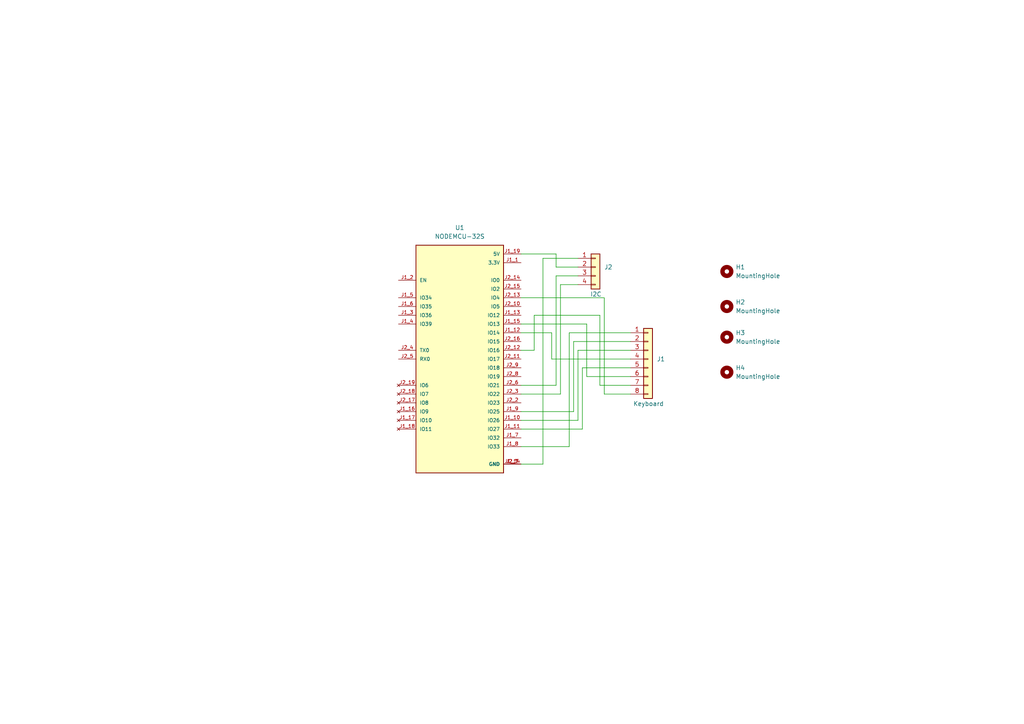
<source format=kicad_sch>
(kicad_sch
	(version 20231120)
	(generator "eeschema")
	(generator_version "8.0")
	(uuid "bc2db379-45d4-4757-b24f-fa49667aebf1")
	(paper "A4")
	(lib_symbols
		(symbol "Connector_Generic:Conn_01x04"
			(pin_names
				(offset 1.016) hide)
			(exclude_from_sim no)
			(in_bom yes)
			(on_board yes)
			(property "Reference" "J"
				(at 0 5.08 0)
				(effects
					(font
						(size 1.27 1.27)
					)
				)
			)
			(property "Value" "Conn_01x04"
				(at 0 -7.62 0)
				(effects
					(font
						(size 1.27 1.27)
					)
				)
			)
			(property "Footprint" ""
				(at 0 0 0)
				(effects
					(font
						(size 1.27 1.27)
					)
					(hide yes)
				)
			)
			(property "Datasheet" "~"
				(at 0 0 0)
				(effects
					(font
						(size 1.27 1.27)
					)
					(hide yes)
				)
			)
			(property "Description" "Generic connector, single row, 01x04, script generated (kicad-library-utils/schlib/autogen/connector/)"
				(at 0 0 0)
				(effects
					(font
						(size 1.27 1.27)
					)
					(hide yes)
				)
			)
			(property "ki_keywords" "connector"
				(at 0 0 0)
				(effects
					(font
						(size 1.27 1.27)
					)
					(hide yes)
				)
			)
			(property "ki_fp_filters" "Connector*:*_1x??_*"
				(at 0 0 0)
				(effects
					(font
						(size 1.27 1.27)
					)
					(hide yes)
				)
			)
			(symbol "Conn_01x04_1_1"
				(rectangle
					(start -1.27 -4.953)
					(end 0 -5.207)
					(stroke
						(width 0.1524)
						(type default)
					)
					(fill
						(type none)
					)
				)
				(rectangle
					(start -1.27 -2.413)
					(end 0 -2.667)
					(stroke
						(width 0.1524)
						(type default)
					)
					(fill
						(type none)
					)
				)
				(rectangle
					(start -1.27 0.127)
					(end 0 -0.127)
					(stroke
						(width 0.1524)
						(type default)
					)
					(fill
						(type none)
					)
				)
				(rectangle
					(start -1.27 2.667)
					(end 0 2.413)
					(stroke
						(width 0.1524)
						(type default)
					)
					(fill
						(type none)
					)
				)
				(rectangle
					(start -1.27 3.81)
					(end 1.27 -6.35)
					(stroke
						(width 0.254)
						(type default)
					)
					(fill
						(type background)
					)
				)
				(pin passive line
					(at -5.08 2.54 0)
					(length 3.81)
					(name "Pin_1"
						(effects
							(font
								(size 1.27 1.27)
							)
						)
					)
					(number "1"
						(effects
							(font
								(size 1.27 1.27)
							)
						)
					)
				)
				(pin passive line
					(at -5.08 0 0)
					(length 3.81)
					(name "Pin_2"
						(effects
							(font
								(size 1.27 1.27)
							)
						)
					)
					(number "2"
						(effects
							(font
								(size 1.27 1.27)
							)
						)
					)
				)
				(pin passive line
					(at -5.08 -2.54 0)
					(length 3.81)
					(name "Pin_3"
						(effects
							(font
								(size 1.27 1.27)
							)
						)
					)
					(number "3"
						(effects
							(font
								(size 1.27 1.27)
							)
						)
					)
				)
				(pin passive line
					(at -5.08 -5.08 0)
					(length 3.81)
					(name "Pin_4"
						(effects
							(font
								(size 1.27 1.27)
							)
						)
					)
					(number "4"
						(effects
							(font
								(size 1.27 1.27)
							)
						)
					)
				)
			)
		)
		(symbol "Connector_Generic:Conn_01x08"
			(pin_names
				(offset 1.016) hide)
			(exclude_from_sim no)
			(in_bom yes)
			(on_board yes)
			(property "Reference" "J"
				(at 0 10.16 0)
				(effects
					(font
						(size 1.27 1.27)
					)
				)
			)
			(property "Value" "Conn_01x08"
				(at 0 -12.7 0)
				(effects
					(font
						(size 1.27 1.27)
					)
				)
			)
			(property "Footprint" ""
				(at 0 0 0)
				(effects
					(font
						(size 1.27 1.27)
					)
					(hide yes)
				)
			)
			(property "Datasheet" "~"
				(at 0 0 0)
				(effects
					(font
						(size 1.27 1.27)
					)
					(hide yes)
				)
			)
			(property "Description" "Generic connector, single row, 01x08, script generated (kicad-library-utils/schlib/autogen/connector/)"
				(at 0 0 0)
				(effects
					(font
						(size 1.27 1.27)
					)
					(hide yes)
				)
			)
			(property "ki_keywords" "connector"
				(at 0 0 0)
				(effects
					(font
						(size 1.27 1.27)
					)
					(hide yes)
				)
			)
			(property "ki_fp_filters" "Connector*:*_1x??_*"
				(at 0 0 0)
				(effects
					(font
						(size 1.27 1.27)
					)
					(hide yes)
				)
			)
			(symbol "Conn_01x08_1_1"
				(rectangle
					(start -1.27 -10.033)
					(end 0 -10.287)
					(stroke
						(width 0.1524)
						(type default)
					)
					(fill
						(type none)
					)
				)
				(rectangle
					(start -1.27 -7.493)
					(end 0 -7.747)
					(stroke
						(width 0.1524)
						(type default)
					)
					(fill
						(type none)
					)
				)
				(rectangle
					(start -1.27 -4.953)
					(end 0 -5.207)
					(stroke
						(width 0.1524)
						(type default)
					)
					(fill
						(type none)
					)
				)
				(rectangle
					(start -1.27 -2.413)
					(end 0 -2.667)
					(stroke
						(width 0.1524)
						(type default)
					)
					(fill
						(type none)
					)
				)
				(rectangle
					(start -1.27 0.127)
					(end 0 -0.127)
					(stroke
						(width 0.1524)
						(type default)
					)
					(fill
						(type none)
					)
				)
				(rectangle
					(start -1.27 2.667)
					(end 0 2.413)
					(stroke
						(width 0.1524)
						(type default)
					)
					(fill
						(type none)
					)
				)
				(rectangle
					(start -1.27 5.207)
					(end 0 4.953)
					(stroke
						(width 0.1524)
						(type default)
					)
					(fill
						(type none)
					)
				)
				(rectangle
					(start -1.27 7.747)
					(end 0 7.493)
					(stroke
						(width 0.1524)
						(type default)
					)
					(fill
						(type none)
					)
				)
				(rectangle
					(start -1.27 8.89)
					(end 1.27 -11.43)
					(stroke
						(width 0.254)
						(type default)
					)
					(fill
						(type background)
					)
				)
				(pin passive line
					(at -5.08 7.62 0)
					(length 3.81)
					(name "Pin_1"
						(effects
							(font
								(size 1.27 1.27)
							)
						)
					)
					(number "1"
						(effects
							(font
								(size 1.27 1.27)
							)
						)
					)
				)
				(pin passive line
					(at -5.08 5.08 0)
					(length 3.81)
					(name "Pin_2"
						(effects
							(font
								(size 1.27 1.27)
							)
						)
					)
					(number "2"
						(effects
							(font
								(size 1.27 1.27)
							)
						)
					)
				)
				(pin passive line
					(at -5.08 2.54 0)
					(length 3.81)
					(name "Pin_3"
						(effects
							(font
								(size 1.27 1.27)
							)
						)
					)
					(number "3"
						(effects
							(font
								(size 1.27 1.27)
							)
						)
					)
				)
				(pin passive line
					(at -5.08 0 0)
					(length 3.81)
					(name "Pin_4"
						(effects
							(font
								(size 1.27 1.27)
							)
						)
					)
					(number "4"
						(effects
							(font
								(size 1.27 1.27)
							)
						)
					)
				)
				(pin passive line
					(at -5.08 -2.54 0)
					(length 3.81)
					(name "Pin_5"
						(effects
							(font
								(size 1.27 1.27)
							)
						)
					)
					(number "5"
						(effects
							(font
								(size 1.27 1.27)
							)
						)
					)
				)
				(pin passive line
					(at -5.08 -5.08 0)
					(length 3.81)
					(name "Pin_6"
						(effects
							(font
								(size 1.27 1.27)
							)
						)
					)
					(number "6"
						(effects
							(font
								(size 1.27 1.27)
							)
						)
					)
				)
				(pin passive line
					(at -5.08 -7.62 0)
					(length 3.81)
					(name "Pin_7"
						(effects
							(font
								(size 1.27 1.27)
							)
						)
					)
					(number "7"
						(effects
							(font
								(size 1.27 1.27)
							)
						)
					)
				)
				(pin passive line
					(at -5.08 -10.16 0)
					(length 3.81)
					(name "Pin_8"
						(effects
							(font
								(size 1.27 1.27)
							)
						)
					)
					(number "8"
						(effects
							(font
								(size 1.27 1.27)
							)
						)
					)
				)
			)
		)
		(symbol "Mechanical:MountingHole"
			(pin_names
				(offset 1.016)
			)
			(exclude_from_sim yes)
			(in_bom no)
			(on_board yes)
			(property "Reference" "H"
				(at 0 5.08 0)
				(effects
					(font
						(size 1.27 1.27)
					)
				)
			)
			(property "Value" "MountingHole"
				(at 0 3.175 0)
				(effects
					(font
						(size 1.27 1.27)
					)
				)
			)
			(property "Footprint" ""
				(at 0 0 0)
				(effects
					(font
						(size 1.27 1.27)
					)
					(hide yes)
				)
			)
			(property "Datasheet" "~"
				(at 0 0 0)
				(effects
					(font
						(size 1.27 1.27)
					)
					(hide yes)
				)
			)
			(property "Description" "Mounting Hole without connection"
				(at 0 0 0)
				(effects
					(font
						(size 1.27 1.27)
					)
					(hide yes)
				)
			)
			(property "ki_keywords" "mounting hole"
				(at 0 0 0)
				(effects
					(font
						(size 1.27 1.27)
					)
					(hide yes)
				)
			)
			(property "ki_fp_filters" "MountingHole*"
				(at 0 0 0)
				(effects
					(font
						(size 1.27 1.27)
					)
					(hide yes)
				)
			)
			(symbol "MountingHole_0_1"
				(circle
					(center 0 0)
					(radius 1.27)
					(stroke
						(width 1.27)
						(type default)
					)
					(fill
						(type none)
					)
				)
			)
		)
		(symbol "NODEMCU-32S:NODEMCU-32S"
			(pin_names
				(offset 1.016)
			)
			(exclude_from_sim no)
			(in_bom yes)
			(on_board yes)
			(property "Reference" "U"
				(at -12.7 33.782 0)
				(effects
					(font
						(size 1.27 1.27)
					)
					(justify left bottom)
				)
			)
			(property "Value" "NODEMCU-32S"
				(at -12.7 -35.56 0)
				(effects
					(font
						(size 1.27 1.27)
					)
					(justify left bottom)
				)
			)
			(property "Footprint" "NODEMCU-32S:MODULE_NODEMCU-32S"
				(at 0 0 0)
				(effects
					(font
						(size 1.27 1.27)
					)
					(justify bottom)
					(hide yes)
				)
			)
			(property "Datasheet" ""
				(at 0 0 0)
				(effects
					(font
						(size 1.27 1.27)
					)
					(hide yes)
				)
			)
			(property "Description" ""
				(at 0 0 0)
				(effects
					(font
						(size 1.27 1.27)
					)
					(hide yes)
				)
			)
			(property "MF" "AI-Thinker"
				(at 0 0 0)
				(effects
					(font
						(size 1.27 1.27)
					)
					(justify bottom)
					(hide yes)
				)
			)
			(property "MAXIMUM_PACKAGE_HEIGHT" "3.00mm"
				(at 0 0 0)
				(effects
					(font
						(size 1.27 1.27)
					)
					(justify bottom)
					(hide yes)
				)
			)
			(property "Package" "Package"
				(at 0 0 0)
				(effects
					(font
						(size 1.27 1.27)
					)
					(justify bottom)
					(hide yes)
				)
			)
			(property "Price" "None"
				(at 0 0 0)
				(effects
					(font
						(size 1.27 1.27)
					)
					(justify bottom)
					(hide yes)
				)
			)
			(property "Check_prices" "https://www.snapeda.com/parts/NODEMCU-32S/AI-Thinker/view-part/?ref=eda"
				(at 0 0 0)
				(effects
					(font
						(size 1.27 1.27)
					)
					(justify bottom)
					(hide yes)
				)
			)
			(property "STANDARD" "Manufacturer Recommendations"
				(at 0 0 0)
				(effects
					(font
						(size 1.27 1.27)
					)
					(justify bottom)
					(hide yes)
				)
			)
			(property "PARTREV" "V1"
				(at 0 0 0)
				(effects
					(font
						(size 1.27 1.27)
					)
					(justify bottom)
					(hide yes)
				)
			)
			(property "SnapEDA_Link" "https://www.snapeda.com/parts/NODEMCU-32S/AI-Thinker/view-part/?ref=snap"
				(at 0 0 0)
				(effects
					(font
						(size 1.27 1.27)
					)
					(justify bottom)
					(hide yes)
				)
			)
			(property "MP" "NODEMCU-32S"
				(at 0 0 0)
				(effects
					(font
						(size 1.27 1.27)
					)
					(justify bottom)
					(hide yes)
				)
			)
			(property "Description_1" "\nWIFI MODULE V1\n"
				(at 0 0 0)
				(effects
					(font
						(size 1.27 1.27)
					)
					(justify bottom)
					(hide yes)
				)
			)
			(property "Availability" "Not in stock"
				(at 0 0 0)
				(effects
					(font
						(size 1.27 1.27)
					)
					(justify bottom)
					(hide yes)
				)
			)
			(property "MANUFACTURER" "AI-Thinker"
				(at 0 0 0)
				(effects
					(font
						(size 1.27 1.27)
					)
					(justify bottom)
					(hide yes)
				)
			)
			(symbol "NODEMCU-32S_0_0"
				(rectangle
					(start -12.7 -33.02)
					(end 12.7 33.02)
					(stroke
						(width 0.254)
						(type default)
					)
					(fill
						(type background)
					)
				)
				(pin power_in line
					(at 17.78 27.94 180)
					(length 5.08)
					(name "3.3V"
						(effects
							(font
								(size 1.016 1.016)
							)
						)
					)
					(number "J1_1"
						(effects
							(font
								(size 1.016 1.016)
							)
						)
					)
				)
				(pin bidirectional line
					(at 17.78 -17.78 180)
					(length 5.08)
					(name "IO26"
						(effects
							(font
								(size 1.016 1.016)
							)
						)
					)
					(number "J1_10"
						(effects
							(font
								(size 1.016 1.016)
							)
						)
					)
				)
				(pin bidirectional line
					(at 17.78 -20.32 180)
					(length 5.08)
					(name "IO27"
						(effects
							(font
								(size 1.016 1.016)
							)
						)
					)
					(number "J1_11"
						(effects
							(font
								(size 1.016 1.016)
							)
						)
					)
				)
				(pin bidirectional line
					(at 17.78 7.62 180)
					(length 5.08)
					(name "IO14"
						(effects
							(font
								(size 1.016 1.016)
							)
						)
					)
					(number "J1_12"
						(effects
							(font
								(size 1.016 1.016)
							)
						)
					)
				)
				(pin bidirectional line
					(at 17.78 12.7 180)
					(length 5.08)
					(name "IO12"
						(effects
							(font
								(size 1.016 1.016)
							)
						)
					)
					(number "J1_13"
						(effects
							(font
								(size 1.016 1.016)
							)
						)
					)
				)
				(pin power_in line
					(at 17.78 -30.48 180)
					(length 5.08)
					(name "GND"
						(effects
							(font
								(size 1.016 1.016)
							)
						)
					)
					(number "J1_14"
						(effects
							(font
								(size 1.016 1.016)
							)
						)
					)
				)
				(pin bidirectional line
					(at 17.78 10.16 180)
					(length 5.08)
					(name "IO13"
						(effects
							(font
								(size 1.016 1.016)
							)
						)
					)
					(number "J1_15"
						(effects
							(font
								(size 1.016 1.016)
							)
						)
					)
				)
				(pin no_connect line
					(at -17.78 -15.24 0)
					(length 5.08)
					(name "IO9"
						(effects
							(font
								(size 1.016 1.016)
							)
						)
					)
					(number "J1_16"
						(effects
							(font
								(size 1.016 1.016)
							)
						)
					)
				)
				(pin no_connect line
					(at -17.78 -17.78 0)
					(length 5.08)
					(name "IO10"
						(effects
							(font
								(size 1.016 1.016)
							)
						)
					)
					(number "J1_17"
						(effects
							(font
								(size 1.016 1.016)
							)
						)
					)
				)
				(pin no_connect line
					(at -17.78 -20.32 0)
					(length 5.08)
					(name "IO11"
						(effects
							(font
								(size 1.016 1.016)
							)
						)
					)
					(number "J1_18"
						(effects
							(font
								(size 1.016 1.016)
							)
						)
					)
				)
				(pin power_in line
					(at 17.78 30.48 180)
					(length 5.08)
					(name "5V"
						(effects
							(font
								(size 1.016 1.016)
							)
						)
					)
					(number "J1_19"
						(effects
							(font
								(size 1.016 1.016)
							)
						)
					)
				)
				(pin input line
					(at -17.78 22.86 0)
					(length 5.08)
					(name "EN"
						(effects
							(font
								(size 1.016 1.016)
							)
						)
					)
					(number "J1_2"
						(effects
							(font
								(size 1.016 1.016)
							)
						)
					)
				)
				(pin input line
					(at -17.78 12.7 0)
					(length 5.08)
					(name "IO36"
						(effects
							(font
								(size 1.016 1.016)
							)
						)
					)
					(number "J1_3"
						(effects
							(font
								(size 1.016 1.016)
							)
						)
					)
				)
				(pin input line
					(at -17.78 10.16 0)
					(length 5.08)
					(name "IO39"
						(effects
							(font
								(size 1.016 1.016)
							)
						)
					)
					(number "J1_4"
						(effects
							(font
								(size 1.016 1.016)
							)
						)
					)
				)
				(pin input line
					(at -17.78 17.78 0)
					(length 5.08)
					(name "IO34"
						(effects
							(font
								(size 1.016 1.016)
							)
						)
					)
					(number "J1_5"
						(effects
							(font
								(size 1.016 1.016)
							)
						)
					)
				)
				(pin input line
					(at -17.78 15.24 0)
					(length 5.08)
					(name "IO35"
						(effects
							(font
								(size 1.016 1.016)
							)
						)
					)
					(number "J1_6"
						(effects
							(font
								(size 1.016 1.016)
							)
						)
					)
				)
				(pin bidirectional line
					(at 17.78 -22.86 180)
					(length 5.08)
					(name "IO32"
						(effects
							(font
								(size 1.016 1.016)
							)
						)
					)
					(number "J1_7"
						(effects
							(font
								(size 1.016 1.016)
							)
						)
					)
				)
				(pin bidirectional line
					(at 17.78 -25.4 180)
					(length 5.08)
					(name "IO33"
						(effects
							(font
								(size 1.016 1.016)
							)
						)
					)
					(number "J1_8"
						(effects
							(font
								(size 1.016 1.016)
							)
						)
					)
				)
				(pin bidirectional line
					(at 17.78 -15.24 180)
					(length 5.08)
					(name "IO25"
						(effects
							(font
								(size 1.016 1.016)
							)
						)
					)
					(number "J1_9"
						(effects
							(font
								(size 1.016 1.016)
							)
						)
					)
				)
				(pin power_in line
					(at 17.78 -30.48 180)
					(length 5.08)
					(name "GND"
						(effects
							(font
								(size 1.016 1.016)
							)
						)
					)
					(number "J2_1"
						(effects
							(font
								(size 1.016 1.016)
							)
						)
					)
				)
				(pin bidirectional line
					(at 17.78 15.24 180)
					(length 5.08)
					(name "IO5"
						(effects
							(font
								(size 1.016 1.016)
							)
						)
					)
					(number "J2_10"
						(effects
							(font
								(size 1.016 1.016)
							)
						)
					)
				)
				(pin bidirectional line
					(at 17.78 0 180)
					(length 5.08)
					(name "IO17"
						(effects
							(font
								(size 1.016 1.016)
							)
						)
					)
					(number "J2_11"
						(effects
							(font
								(size 1.016 1.016)
							)
						)
					)
				)
				(pin bidirectional line
					(at 17.78 2.54 180)
					(length 5.08)
					(name "IO16"
						(effects
							(font
								(size 1.016 1.016)
							)
						)
					)
					(number "J2_12"
						(effects
							(font
								(size 1.016 1.016)
							)
						)
					)
				)
				(pin bidirectional line
					(at 17.78 17.78 180)
					(length 5.08)
					(name "IO4"
						(effects
							(font
								(size 1.016 1.016)
							)
						)
					)
					(number "J2_13"
						(effects
							(font
								(size 1.016 1.016)
							)
						)
					)
				)
				(pin bidirectional line
					(at 17.78 22.86 180)
					(length 5.08)
					(name "IO0"
						(effects
							(font
								(size 1.016 1.016)
							)
						)
					)
					(number "J2_14"
						(effects
							(font
								(size 1.016 1.016)
							)
						)
					)
				)
				(pin bidirectional line
					(at 17.78 20.32 180)
					(length 5.08)
					(name "IO2"
						(effects
							(font
								(size 1.016 1.016)
							)
						)
					)
					(number "J2_15"
						(effects
							(font
								(size 1.016 1.016)
							)
						)
					)
				)
				(pin bidirectional line
					(at 17.78 5.08 180)
					(length 5.08)
					(name "IO15"
						(effects
							(font
								(size 1.016 1.016)
							)
						)
					)
					(number "J2_16"
						(effects
							(font
								(size 1.016 1.016)
							)
						)
					)
				)
				(pin no_connect line
					(at -17.78 -12.7 0)
					(length 5.08)
					(name "IO8"
						(effects
							(font
								(size 1.016 1.016)
							)
						)
					)
					(number "J2_17"
						(effects
							(font
								(size 1.016 1.016)
							)
						)
					)
				)
				(pin no_connect line
					(at -17.78 -10.16 0)
					(length 5.08)
					(name "IO7"
						(effects
							(font
								(size 1.016 1.016)
							)
						)
					)
					(number "J2_18"
						(effects
							(font
								(size 1.016 1.016)
							)
						)
					)
				)
				(pin no_connect line
					(at -17.78 -7.62 0)
					(length 5.08)
					(name "IO6"
						(effects
							(font
								(size 1.016 1.016)
							)
						)
					)
					(number "J2_19"
						(effects
							(font
								(size 1.016 1.016)
							)
						)
					)
				)
				(pin bidirectional line
					(at 17.78 -12.7 180)
					(length 5.08)
					(name "IO23"
						(effects
							(font
								(size 1.016 1.016)
							)
						)
					)
					(number "J2_2"
						(effects
							(font
								(size 1.016 1.016)
							)
						)
					)
				)
				(pin bidirectional line
					(at 17.78 -10.16 180)
					(length 5.08)
					(name "IO22"
						(effects
							(font
								(size 1.016 1.016)
							)
						)
					)
					(number "J2_3"
						(effects
							(font
								(size 1.016 1.016)
							)
						)
					)
				)
				(pin bidirectional line
					(at -17.78 2.54 0)
					(length 5.08)
					(name "TX0"
						(effects
							(font
								(size 1.016 1.016)
							)
						)
					)
					(number "J2_4"
						(effects
							(font
								(size 1.016 1.016)
							)
						)
					)
				)
				(pin bidirectional line
					(at -17.78 0 0)
					(length 5.08)
					(name "RX0"
						(effects
							(font
								(size 1.016 1.016)
							)
						)
					)
					(number "J2_5"
						(effects
							(font
								(size 1.016 1.016)
							)
						)
					)
				)
				(pin bidirectional line
					(at 17.78 -7.62 180)
					(length 5.08)
					(name "IO21"
						(effects
							(font
								(size 1.016 1.016)
							)
						)
					)
					(number "J2_6"
						(effects
							(font
								(size 1.016 1.016)
							)
						)
					)
				)
				(pin power_in line
					(at 17.78 -30.48 180)
					(length 5.08)
					(name "GND"
						(effects
							(font
								(size 1.016 1.016)
							)
						)
					)
					(number "J2_7"
						(effects
							(font
								(size 1.016 1.016)
							)
						)
					)
				)
				(pin bidirectional line
					(at 17.78 -5.08 180)
					(length 5.08)
					(name "IO19"
						(effects
							(font
								(size 1.016 1.016)
							)
						)
					)
					(number "J2_8"
						(effects
							(font
								(size 1.016 1.016)
							)
						)
					)
				)
				(pin bidirectional line
					(at 17.78 -2.54 180)
					(length 5.08)
					(name "IO18"
						(effects
							(font
								(size 1.016 1.016)
							)
						)
					)
					(number "J2_9"
						(effects
							(font
								(size 1.016 1.016)
							)
						)
					)
				)
			)
		)
	)
	(wire
		(pts
			(xy 161.29 73.66) (xy 161.29 77.47)
		)
		(stroke
			(width 0)
			(type default)
		)
		(uuid "05997f11-eb5a-46c9-b92f-8c16b68d61b5")
	)
	(wire
		(pts
			(xy 167.64 101.6) (xy 182.88 101.6)
		)
		(stroke
			(width 0)
			(type default)
		)
		(uuid "0b5b5afc-640e-4d9a-b8b4-227a08ec1f6a")
	)
	(wire
		(pts
			(xy 168.91 106.68) (xy 182.88 106.68)
		)
		(stroke
			(width 0)
			(type default)
		)
		(uuid "161a2b82-8d32-4282-a824-cb7c6b2ece3a")
	)
	(wire
		(pts
			(xy 151.13 93.98) (xy 170.18 93.98)
		)
		(stroke
			(width 0)
			(type default)
		)
		(uuid "29ac26d6-cef5-45f9-a1d2-85e91fb7fed0")
	)
	(wire
		(pts
			(xy 151.13 129.54) (xy 165.1 129.54)
		)
		(stroke
			(width 0)
			(type default)
		)
		(uuid "29ebd23f-84a1-4ae9-b3e6-033afeab1b8e")
	)
	(wire
		(pts
			(xy 151.13 134.62) (xy 157.48 134.62)
		)
		(stroke
			(width 0)
			(type default)
		)
		(uuid "2c072660-701a-445a-85c0-a9d7ceb53222")
	)
	(wire
		(pts
			(xy 168.91 124.46) (xy 168.91 106.68)
		)
		(stroke
			(width 0)
			(type default)
		)
		(uuid "2d9c822e-3d54-4640-b9a8-ae3233a0b91b")
	)
	(wire
		(pts
			(xy 166.37 119.38) (xy 166.37 99.06)
		)
		(stroke
			(width 0)
			(type default)
		)
		(uuid "2df8e59e-ce64-48c8-ac04-1c9f4a02c030")
	)
	(wire
		(pts
			(xy 161.29 77.47) (xy 167.64 77.47)
		)
		(stroke
			(width 0)
			(type default)
		)
		(uuid "2df9dbdc-3431-4b16-acb3-1f79bf09f76f")
	)
	(wire
		(pts
			(xy 175.26 86.36) (xy 175.26 114.3)
		)
		(stroke
			(width 0)
			(type default)
		)
		(uuid "37f4aa5d-9f87-49a4-bfc4-9e3db4b62360")
	)
	(wire
		(pts
			(xy 151.13 124.46) (xy 168.91 124.46)
		)
		(stroke
			(width 0)
			(type default)
		)
		(uuid "3e556a61-0bd6-4acb-b238-c8b1fd4e33ee")
	)
	(wire
		(pts
			(xy 161.29 80.01) (xy 167.64 80.01)
		)
		(stroke
			(width 0)
			(type default)
		)
		(uuid "49309747-c673-4ed9-8fe0-60d8379154cc")
	)
	(wire
		(pts
			(xy 157.48 134.62) (xy 157.48 74.93)
		)
		(stroke
			(width 0)
			(type default)
		)
		(uuid "4c5455d3-96d1-4b32-9c69-5b94c11c96be")
	)
	(wire
		(pts
			(xy 167.64 121.92) (xy 167.64 101.6)
		)
		(stroke
			(width 0)
			(type default)
		)
		(uuid "5317f717-507e-4990-a37b-d4858bb0e33d")
	)
	(wire
		(pts
			(xy 162.56 82.55) (xy 167.64 82.55)
		)
		(stroke
			(width 0)
			(type default)
		)
		(uuid "568e1b30-bc9a-4e54-b462-1551f13f820f")
	)
	(wire
		(pts
			(xy 170.18 93.98) (xy 170.18 109.22)
		)
		(stroke
			(width 0)
			(type default)
		)
		(uuid "6295d7c5-2488-4e11-88ae-f95e4d585c34")
	)
	(wire
		(pts
			(xy 154.94 101.6) (xy 154.94 91.44)
		)
		(stroke
			(width 0)
			(type default)
		)
		(uuid "63cfd3be-0090-410d-a66d-d8209477e65a")
	)
	(wire
		(pts
			(xy 151.13 111.76) (xy 161.29 111.76)
		)
		(stroke
			(width 0)
			(type default)
		)
		(uuid "6b8788d3-a6af-43c6-9cca-59d6738f2b4e")
	)
	(wire
		(pts
			(xy 151.13 119.38) (xy 166.37 119.38)
		)
		(stroke
			(width 0)
			(type default)
		)
		(uuid "6c4fc69a-0f24-41b9-b241-dcc202019682")
	)
	(wire
		(pts
			(xy 151.13 101.6) (xy 154.94 101.6)
		)
		(stroke
			(width 0)
			(type default)
		)
		(uuid "73620d60-d94c-4578-b35e-c113c1a7caef")
	)
	(wire
		(pts
			(xy 166.37 99.06) (xy 182.88 99.06)
		)
		(stroke
			(width 0)
			(type default)
		)
		(uuid "7754fe90-f96b-4bbb-9377-eea3aa879c34")
	)
	(wire
		(pts
			(xy 151.13 121.92) (xy 167.64 121.92)
		)
		(stroke
			(width 0)
			(type default)
		)
		(uuid "78895d6b-fa7d-43ac-9618-debcc73f847e")
	)
	(wire
		(pts
			(xy 151.13 73.66) (xy 161.29 73.66)
		)
		(stroke
			(width 0)
			(type default)
		)
		(uuid "8edd2dd9-50a4-43c7-9630-729f4ccb7f73")
	)
	(wire
		(pts
			(xy 151.13 86.36) (xy 175.26 86.36)
		)
		(stroke
			(width 0)
			(type default)
		)
		(uuid "97b50524-64d8-4b5b-bd57-409197512d71")
	)
	(wire
		(pts
			(xy 160.02 104.14) (xy 182.88 104.14)
		)
		(stroke
			(width 0)
			(type default)
		)
		(uuid "9bb562fb-26b5-4f7c-beae-835adb54423f")
	)
	(wire
		(pts
			(xy 170.18 109.22) (xy 182.88 109.22)
		)
		(stroke
			(width 0)
			(type default)
		)
		(uuid "a13554f2-724c-4835-84bc-9328217ef723")
	)
	(wire
		(pts
			(xy 161.29 111.76) (xy 161.29 80.01)
		)
		(stroke
			(width 0)
			(type default)
		)
		(uuid "a4473c83-56c6-43b7-86bf-999bfde5f486")
	)
	(wire
		(pts
			(xy 151.13 96.52) (xy 160.02 96.52)
		)
		(stroke
			(width 0)
			(type default)
		)
		(uuid "ab140c3e-b188-4529-a093-328f23d395d9")
	)
	(wire
		(pts
			(xy 151.13 114.3) (xy 162.56 114.3)
		)
		(stroke
			(width 0)
			(type default)
		)
		(uuid "b234b7a5-6c40-4fde-913a-2059cd2bfe5f")
	)
	(wire
		(pts
			(xy 173.99 111.76) (xy 182.88 111.76)
		)
		(stroke
			(width 0)
			(type default)
		)
		(uuid "b63e56d6-07c0-4554-9011-53609cdc8cce")
	)
	(wire
		(pts
			(xy 162.56 114.3) (xy 162.56 82.55)
		)
		(stroke
			(width 0)
			(type default)
		)
		(uuid "b90cf879-5401-4c6e-bf55-70c3ef9a7f24")
	)
	(wire
		(pts
			(xy 154.94 91.44) (xy 173.99 91.44)
		)
		(stroke
			(width 0)
			(type default)
		)
		(uuid "bb22a814-0d92-4f83-9a41-86dae012f4cb")
	)
	(wire
		(pts
			(xy 165.1 96.52) (xy 182.88 96.52)
		)
		(stroke
			(width 0)
			(type default)
		)
		(uuid "d5907822-d1d1-4417-9db5-7801107335c3")
	)
	(wire
		(pts
			(xy 157.48 74.93) (xy 167.64 74.93)
		)
		(stroke
			(width 0)
			(type default)
		)
		(uuid "de140b76-73af-4bb8-8370-bd6d57a5dfda")
	)
	(wire
		(pts
			(xy 160.02 96.52) (xy 160.02 104.14)
		)
		(stroke
			(width 0)
			(type default)
		)
		(uuid "deac2d69-fd77-40f5-a451-e9898030cd5a")
	)
	(wire
		(pts
			(xy 175.26 114.3) (xy 182.88 114.3)
		)
		(stroke
			(width 0)
			(type default)
		)
		(uuid "df36fece-d5b4-446b-91cb-e8298f6d9dba")
	)
	(wire
		(pts
			(xy 173.99 91.44) (xy 173.99 111.76)
		)
		(stroke
			(width 0)
			(type default)
		)
		(uuid "e6245b65-3acf-4711-8535-8783fdd505d4")
	)
	(wire
		(pts
			(xy 165.1 129.54) (xy 165.1 96.52)
		)
		(stroke
			(width 0)
			(type default)
		)
		(uuid "ec51ab3f-440a-4af5-8341-14e4552c7e09")
	)
	(symbol
		(lib_id "Mechanical:MountingHole")
		(at 210.82 97.79 0)
		(unit 1)
		(exclude_from_sim yes)
		(in_bom no)
		(on_board yes)
		(dnp no)
		(fields_autoplaced yes)
		(uuid "0cc73cf8-553a-4148-b747-1730aece71ef")
		(property "Reference" "H3"
			(at 213.36 96.5199 0)
			(effects
				(font
					(size 1.27 1.27)
				)
				(justify left)
			)
		)
		(property "Value" "MountingHole"
			(at 213.36 99.0599 0)
			(effects
				(font
					(size 1.27 1.27)
				)
				(justify left)
			)
		)
		(property "Footprint" "MountingHole:MountingHole_2mm"
			(at 210.82 97.79 0)
			(effects
				(font
					(size 1.27 1.27)
				)
				(hide yes)
			)
		)
		(property "Datasheet" "~"
			(at 210.82 97.79 0)
			(effects
				(font
					(size 1.27 1.27)
				)
				(hide yes)
			)
		)
		(property "Description" "Mounting Hole without connection"
			(at 210.82 97.79 0)
			(effects
				(font
					(size 1.27 1.27)
				)
				(hide yes)
			)
		)
		(instances
			(project "MEQS"
				(path "/bc2db379-45d4-4757-b24f-fa49667aebf1"
					(reference "H3")
					(unit 1)
				)
			)
		)
	)
	(symbol
		(lib_id "Mechanical:MountingHole")
		(at 210.82 88.9 0)
		(unit 1)
		(exclude_from_sim yes)
		(in_bom no)
		(on_board yes)
		(dnp no)
		(fields_autoplaced yes)
		(uuid "1cb0df41-aee0-4af0-9a54-31e984ca09c7")
		(property "Reference" "H2"
			(at 213.36 87.6299 0)
			(effects
				(font
					(size 1.27 1.27)
				)
				(justify left)
			)
		)
		(property "Value" "MountingHole"
			(at 213.36 90.1699 0)
			(effects
				(font
					(size 1.27 1.27)
				)
				(justify left)
			)
		)
		(property "Footprint" "MountingHole:MountingHole_2mm"
			(at 210.82 88.9 0)
			(effects
				(font
					(size 1.27 1.27)
				)
				(hide yes)
			)
		)
		(property "Datasheet" "~"
			(at 210.82 88.9 0)
			(effects
				(font
					(size 1.27 1.27)
				)
				(hide yes)
			)
		)
		(property "Description" "Mounting Hole without connection"
			(at 210.82 88.9 0)
			(effects
				(font
					(size 1.27 1.27)
				)
				(hide yes)
			)
		)
		(instances
			(project "MEQS"
				(path "/bc2db379-45d4-4757-b24f-fa49667aebf1"
					(reference "H2")
					(unit 1)
				)
			)
		)
	)
	(symbol
		(lib_id "Connector_Generic:Conn_01x04")
		(at 172.72 77.47 0)
		(unit 1)
		(exclude_from_sim no)
		(in_bom yes)
		(on_board yes)
		(dnp no)
		(uuid "3dabd164-e6ee-41c0-83ea-4d689c5a1804")
		(property "Reference" "J2"
			(at 175.26 77.4699 0)
			(effects
				(font
					(size 1.27 1.27)
				)
				(justify left)
			)
		)
		(property "Value" "I2C"
			(at 171.196 85.344 0)
			(effects
				(font
					(size 1.27 1.27)
				)
				(justify left)
			)
		)
		(property "Footprint" "Connector_PinSocket_2.00mm:PinSocket_1x04_P2.00mm_Vertical"
			(at 172.72 77.47 0)
			(effects
				(font
					(size 1.27 1.27)
				)
				(hide yes)
			)
		)
		(property "Datasheet" "~"
			(at 172.72 77.47 0)
			(effects
				(font
					(size 1.27 1.27)
				)
				(hide yes)
			)
		)
		(property "Description" "Generic connector, single row, 01x04, script generated (kicad-library-utils/schlib/autogen/connector/)"
			(at 172.72 77.47 0)
			(effects
				(font
					(size 1.27 1.27)
				)
				(hide yes)
			)
		)
		(pin "3"
			(uuid "5e428a7f-c157-45bf-bba8-d07205adfb38")
		)
		(pin "2"
			(uuid "d062e908-7aa8-40ff-94e6-ba0ec6c870b1")
		)
		(pin "4"
			(uuid "9dee9af9-06af-4c4b-8456-bca88edcade8")
		)
		(pin "1"
			(uuid "a60c62b2-5c83-4128-a344-401657281d56")
		)
		(instances
			(project "MEQS"
				(path "/bc2db379-45d4-4757-b24f-fa49667aebf1"
					(reference "J2")
					(unit 1)
				)
			)
		)
	)
	(symbol
		(lib_id "Mechanical:MountingHole")
		(at 210.82 107.95 0)
		(unit 1)
		(exclude_from_sim yes)
		(in_bom no)
		(on_board yes)
		(dnp no)
		(fields_autoplaced yes)
		(uuid "4ab8b550-9b18-493f-870a-f8a7086917c8")
		(property "Reference" "H4"
			(at 213.36 106.6799 0)
			(effects
				(font
					(size 1.27 1.27)
				)
				(justify left)
			)
		)
		(property "Value" "MountingHole"
			(at 213.36 109.2199 0)
			(effects
				(font
					(size 1.27 1.27)
				)
				(justify left)
			)
		)
		(property "Footprint" "MountingHole:MountingHole_2mm"
			(at 210.82 107.95 0)
			(effects
				(font
					(size 1.27 1.27)
				)
				(hide yes)
			)
		)
		(property "Datasheet" "~"
			(at 210.82 107.95 0)
			(effects
				(font
					(size 1.27 1.27)
				)
				(hide yes)
			)
		)
		(property "Description" "Mounting Hole without connection"
			(at 210.82 107.95 0)
			(effects
				(font
					(size 1.27 1.27)
				)
				(hide yes)
			)
		)
		(instances
			(project "MEQS"
				(path "/bc2db379-45d4-4757-b24f-fa49667aebf1"
					(reference "H4")
					(unit 1)
				)
			)
		)
	)
	(symbol
		(lib_id "Mechanical:MountingHole")
		(at 210.82 78.74 0)
		(unit 1)
		(exclude_from_sim yes)
		(in_bom no)
		(on_board yes)
		(dnp no)
		(fields_autoplaced yes)
		(uuid "7f3322e8-13a3-4451-a0d2-e46e0f1a5c7a")
		(property "Reference" "H1"
			(at 213.36 77.4699 0)
			(effects
				(font
					(size 1.27 1.27)
				)
				(justify left)
			)
		)
		(property "Value" "MountingHole"
			(at 213.36 80.0099 0)
			(effects
				(font
					(size 1.27 1.27)
				)
				(justify left)
			)
		)
		(property "Footprint" "MountingHole:MountingHole_2mm"
			(at 210.82 78.74 0)
			(effects
				(font
					(size 1.27 1.27)
				)
				(hide yes)
			)
		)
		(property "Datasheet" "~"
			(at 210.82 78.74 0)
			(effects
				(font
					(size 1.27 1.27)
				)
				(hide yes)
			)
		)
		(property "Description" "Mounting Hole without connection"
			(at 210.82 78.74 0)
			(effects
				(font
					(size 1.27 1.27)
				)
				(hide yes)
			)
		)
		(instances
			(project "MEQS"
				(path "/bc2db379-45d4-4757-b24f-fa49667aebf1"
					(reference "H1")
					(unit 1)
				)
			)
		)
	)
	(symbol
		(lib_id "NODEMCU-32S:NODEMCU-32S")
		(at 133.35 104.14 0)
		(unit 1)
		(exclude_from_sim no)
		(in_bom yes)
		(on_board yes)
		(dnp no)
		(fields_autoplaced yes)
		(uuid "a8c50f8e-ed78-458d-a434-273050ce48cd")
		(property "Reference" "U1"
			(at 133.35 66.04 0)
			(effects
				(font
					(size 1.27 1.27)
				)
			)
		)
		(property "Value" "NODEMCU-32S"
			(at 133.35 68.58 0)
			(effects
				(font
					(size 1.27 1.27)
				)
			)
		)
		(property "Footprint" "Module:MODULE_NODEMCU-32S"
			(at 133.35 104.14 0)
			(effects
				(font
					(size 1.27 1.27)
				)
				(justify bottom)
				(hide yes)
			)
		)
		(property "Datasheet" ""
			(at 133.35 104.14 0)
			(effects
				(font
					(size 1.27 1.27)
				)
				(hide yes)
			)
		)
		(property "Description" ""
			(at 133.35 104.14 0)
			(effects
				(font
					(size 1.27 1.27)
				)
				(hide yes)
			)
		)
		(property "MF" "AI-Thinker"
			(at 133.35 104.14 0)
			(effects
				(font
					(size 1.27 1.27)
				)
				(justify bottom)
				(hide yes)
			)
		)
		(property "MAXIMUM_PACKAGE_HEIGHT" "3.00mm"
			(at 133.35 104.14 0)
			(effects
				(font
					(size 1.27 1.27)
				)
				(justify bottom)
				(hide yes)
			)
		)
		(property "Package" "Package"
			(at 133.35 104.14 0)
			(effects
				(font
					(size 1.27 1.27)
				)
				(justify bottom)
				(hide yes)
			)
		)
		(property "Price" "None"
			(at 133.35 104.14 0)
			(effects
				(font
					(size 1.27 1.27)
				)
				(justify bottom)
				(hide yes)
			)
		)
		(property "Check_prices" "https://www.snapeda.com/parts/NODEMCU-32S/AI-Thinker/view-part/?ref=eda"
			(at 133.35 104.14 0)
			(effects
				(font
					(size 1.27 1.27)
				)
				(justify bottom)
				(hide yes)
			)
		)
		(property "STANDARD" "Manufacturer Recommendations"
			(at 133.35 104.14 0)
			(effects
				(font
					(size 1.27 1.27)
				)
				(justify bottom)
				(hide yes)
			)
		)
		(property "PARTREV" "V1"
			(at 133.35 104.14 0)
			(effects
				(font
					(size 1.27 1.27)
				)
				(justify bottom)
				(hide yes)
			)
		)
		(property "SnapEDA_Link" "https://www.snapeda.com/parts/NODEMCU-32S/AI-Thinker/view-part/?ref=snap"
			(at 133.35 104.14 0)
			(effects
				(font
					(size 1.27 1.27)
				)
				(justify bottom)
				(hide yes)
			)
		)
		(property "MP" "NODEMCU-32S"
			(at 133.35 104.14 0)
			(effects
				(font
					(size 1.27 1.27)
				)
				(justify bottom)
				(hide yes)
			)
		)
		(property "Description_1" "\nWIFI MODULE V1\n"
			(at 133.35 104.14 0)
			(effects
				(font
					(size 1.27 1.27)
				)
				(justify bottom)
				(hide yes)
			)
		)
		(property "Availability" "Not in stock"
			(at 133.35 104.14 0)
			(effects
				(font
					(size 1.27 1.27)
				)
				(justify bottom)
				(hide yes)
			)
		)
		(property "MANUFACTURER" "AI-Thinker"
			(at 133.35 104.14 0)
			(effects
				(font
					(size 1.27 1.27)
				)
				(justify bottom)
				(hide yes)
			)
		)
		(pin "J1_9"
			(uuid "0c35a5ad-d034-415c-82f9-7bb84e8493bd")
		)
		(pin "J1_12"
			(uuid "011df0f0-d97b-4ac3-837d-b772b40a12e9")
		)
		(pin "J1_2"
			(uuid "6c00d8f9-e7f0-41b2-ab3a-456ab4b420fb")
		)
		(pin "J2_10"
			(uuid "651527ba-1c74-4274-ac0c-db0273009683")
		)
		(pin "J1_17"
			(uuid "263476f3-4482-477f-8530-a991159e4a11")
		)
		(pin "J1_16"
			(uuid "4a24eec9-fc9e-4697-b9c8-c279ddf5fb37")
		)
		(pin "J2_14"
			(uuid "d0504486-73d5-489b-acfa-f64ed441eda0")
		)
		(pin "J1_3"
			(uuid "db3773c6-9c20-4f9b-a516-eaa6274d401c")
		)
		(pin "J1_11"
			(uuid "fc4e91a3-769a-4543-8a69-e5362b7391a4")
		)
		(pin "J1_7"
			(uuid "e13880a3-37cd-4181-b500-e271b78856c4")
		)
		(pin "J2_12"
			(uuid "cd74fced-5dc6-4b20-8e6f-c25f65f0faaf")
		)
		(pin "J2_18"
			(uuid "fe9cfb29-42b7-492d-a5f6-ec802bd5fc18")
		)
		(pin "J2_2"
			(uuid "3d3ac787-cb9c-448e-930f-25037f1238ac")
		)
		(pin "J2_3"
			(uuid "2a289c6f-330b-4fe1-8920-1d27b745fcd6")
		)
		(pin "J2_4"
			(uuid "a6d7c41c-d48b-4563-8cab-1e8ffa6e6ff0")
		)
		(pin "J1_14"
			(uuid "af4332a7-74f7-4abe-a2fb-6bd575b6972b")
		)
		(pin "J2_15"
			(uuid "7fb8c8b1-faf7-46a1-9d82-d0edab5f8c80")
		)
		(pin "J2_5"
			(uuid "4ad6fa01-59b1-485e-a196-8de6501ad987")
		)
		(pin "J2_6"
			(uuid "7ce13a4c-70c0-4688-8251-7df6340a4dd1")
		)
		(pin "J1_13"
			(uuid "28a89257-b823-40e0-989b-11338bd0ce61")
		)
		(pin "J1_10"
			(uuid "91953dde-e459-43ae-a7cc-5ee4d32c5e6a")
		)
		(pin "J1_18"
			(uuid "8ee4dce7-4e52-4d13-9d8b-0e90d6b4a335")
		)
		(pin "J2_11"
			(uuid "99b2208e-36f6-462c-9540-df3977ba6e68")
		)
		(pin "J1_1"
			(uuid "bc81c605-d46b-4d76-9d5a-2b7a1cd2d5df")
		)
		(pin "J2_8"
			(uuid "d0e83542-7d4a-40db-a7cb-68e42b9191e9")
		)
		(pin "J2_9"
			(uuid "11e1b1fb-0054-4345-aa03-0243e5b5815d")
		)
		(pin "J1_15"
			(uuid "3cc56fce-9ab5-4395-a7e4-d47bb0789854")
		)
		(pin "J1_4"
			(uuid "80c7a8b9-f46b-4a97-a54f-c6f831f09e2e")
		)
		(pin "J1_19"
			(uuid "a2227ad5-ddf3-4b5f-ae5b-c50ce8e52b84")
		)
		(pin "J1_8"
			(uuid "30dcd116-8b41-4363-8b1f-b9ce83d3441f")
		)
		(pin "J2_16"
			(uuid "323c78d9-26bd-47d8-88a4-f87a986129da")
		)
		(pin "J2_13"
			(uuid "236476dd-b073-4caa-a502-dbd8b17a83bb")
		)
		(pin "J1_5"
			(uuid "b0e0b9d1-c234-498e-8286-a7a866a11c97")
		)
		(pin "J2_17"
			(uuid "3ac198d1-a251-48ab-95f3-ee6c458e241f")
		)
		(pin "J1_6"
			(uuid "dede12a1-f47e-4204-95ed-858e7a89fe51")
		)
		(pin "J2_7"
			(uuid "76113757-dc41-450c-a179-20159a31aef4")
		)
		(pin "J2_1"
			(uuid "da28348d-a219-4f01-9518-3ca088885479")
		)
		(pin "J2_19"
			(uuid "769067dc-fe09-4f79-a18f-0eb78dc43a08")
		)
		(instances
			(project "MEQS"
				(path "/bc2db379-45d4-4757-b24f-fa49667aebf1"
					(reference "U1")
					(unit 1)
				)
			)
		)
	)
	(symbol
		(lib_id "Connector_Generic:Conn_01x08")
		(at 187.96 104.14 0)
		(unit 1)
		(exclude_from_sim no)
		(in_bom yes)
		(on_board yes)
		(dnp no)
		(uuid "f121a2b3-9c34-404b-90b0-130be8669808")
		(property "Reference" "J1"
			(at 190.5 104.1399 0)
			(effects
				(font
					(size 1.27 1.27)
				)
				(justify left)
			)
		)
		(property "Value" "Keyboard"
			(at 183.642 117.094 0)
			(effects
				(font
					(size 1.27 1.27)
				)
				(justify left)
			)
		)
		(property "Footprint" "Connector_PinHeader_2.00mm:PinHeader_1x08_P2.00mm_Vertical"
			(at 187.96 104.14 0)
			(effects
				(font
					(size 1.27 1.27)
				)
				(hide yes)
			)
		)
		(property "Datasheet" "~"
			(at 187.96 104.14 0)
			(effects
				(font
					(size 1.27 1.27)
				)
				(hide yes)
			)
		)
		(property "Description" "Generic connector, single row, 01x08, script generated (kicad-library-utils/schlib/autogen/connector/)"
			(at 187.96 104.14 0)
			(effects
				(font
					(size 1.27 1.27)
				)
				(hide yes)
			)
		)
		(pin "2"
			(uuid "a6b4b6c4-4d97-4c84-b4d6-6721a9f3972b")
		)
		(pin "4"
			(uuid "150d90b2-c660-4e21-86ce-da6138b1bf5d")
		)
		(pin "6"
			(uuid "b007fe71-75d4-4329-927a-5b684a8f183c")
		)
		(pin "3"
			(uuid "a84f8ff4-89f7-4983-95aa-3a1275d6d72c")
		)
		(pin "5"
			(uuid "8c71a126-1aee-459b-90dc-f8eaacdbdb91")
		)
		(pin "1"
			(uuid "d61c999d-c528-4cad-a390-e51528640b3d")
		)
		(pin "7"
			(uuid "c1ee3256-640b-4ae8-9c35-1a478987d577")
		)
		(pin "8"
			(uuid "a9d79716-8c05-45d1-a57d-70a5de758fa1")
		)
		(instances
			(project "MEQS"
				(path "/bc2db379-45d4-4757-b24f-fa49667aebf1"
					(reference "J1")
					(unit 1)
				)
			)
		)
	)
	(sheet_instances
		(path "/"
			(page "1")
		)
	)
)

</source>
